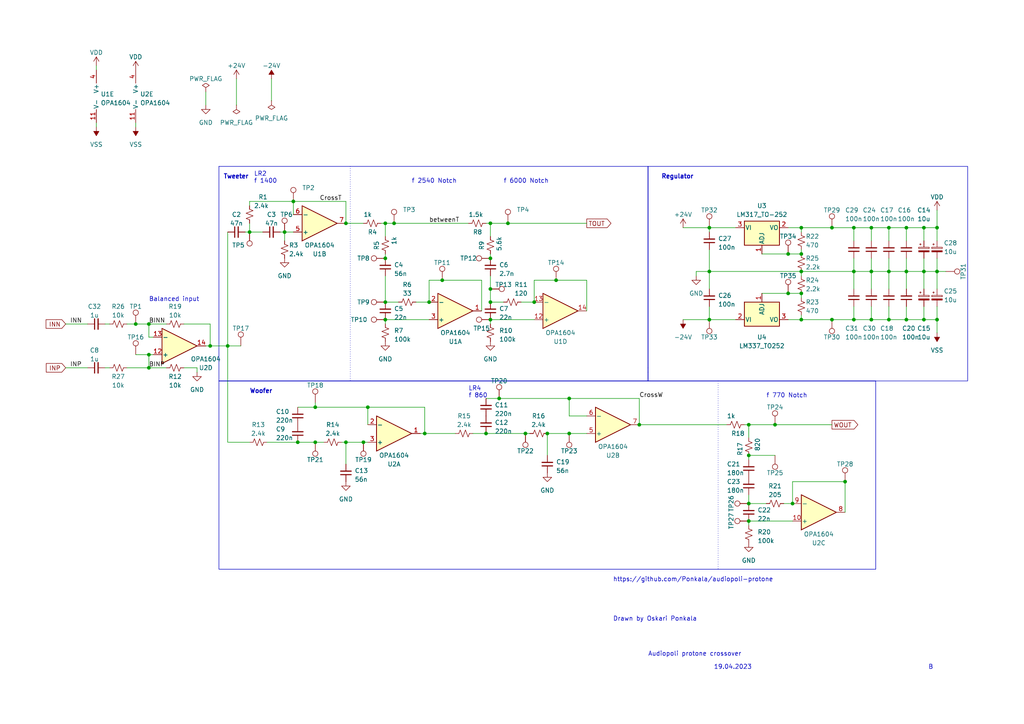
<source format=kicad_sch>
(kicad_sch (version 20230121) (generator eeschema)
  (paper "A4")
  (lib_symbols
    (symbol "Amplifier_Operational:OPA1604" (pin_names (offset 0.127))
      (property "Reference" "U" (at 0 5.08 0))
      (property "Value" "OPA1604" (at 0 -5.08 0))
      (symbol "OPA1604_1_1"
        (polyline (pts (xy -5.08 5.08) (xy 5.08 0) (xy -5.08 -5.08) (xy -5.08 5.08)) (stroke (width 0.254)) (fill (type background)))
        (pin output line (at 7.62 0 180) (length 2.54) (name "~") (number "1"))
        (pin input line (at -7.62 -2.54 0) (length 2.54) (name "-") (number "2"))
        (pin input line (at -7.62 2.54 0) (length 2.54) (name "+") (number "3"))
      )
      (symbol "OPA1604_2_1"
        (polyline (pts (xy -5.08 5.08) (xy 5.08 0) (xy -5.08 -5.08) (xy -5.08 5.08)) (stroke (width 0.254)) (fill (type background)))
        (pin input line (at -7.62 2.54 0) (length 2.54) (name "+") (number "5"))
        (pin input line (at -7.62 -2.54 0) (length 2.54) (name "-") (number "6"))
        (pin output line (at 7.62 0 180) (length 2.54) (name "~") (number "7"))
      )
      (symbol "OPA1604_3_1"
        (polyline (pts (xy -5.08 5.08) (xy 5.08 0) (xy -5.08 -5.08) (xy -5.08 5.08)) (stroke (width 0.254)) (fill (type background)))
        (pin input line (at -7.62 2.54 0) (length 2.54) (name "+") (number "10"))
        (pin output line (at 7.62 0 180) (length 2.54) (name "~") (number "8"))
        (pin input line (at -7.62 -2.54 0) (length 2.54) (name "-") (number "9"))
      )
      (symbol "OPA1604_4_1"
        (polyline (pts (xy -5.08 5.08) (xy 5.08 0) (xy -5.08 -5.08) (xy -5.08 5.08)) (stroke (width 0.254)) (fill (type background)))
        (pin input line (at -7.62 2.54 0) (length 2.54) (name "+") (number "12"))
        (pin input line (at -7.62 -2.54 0) (length 2.54) (name "-") (number "13"))
        (pin output line (at 7.62 0 180) (length 2.54) (name "~") (number "14"))
      )
      (symbol "OPA1604_5_1"
        (pin power_in line (at -2.54 -7.62 90) (length 3.81) (name "V-") (number "11"))
        (pin power_in line (at -2.54 7.62 270) (length 3.81) (name "V+") (number "4"))
      )
    )
    (symbol "Connector:TestPoint" (pin_numbers hide) (pin_names (offset 0.762) hide)
      (property "Reference" "TP" (at 0 6.858 0))
      (property "Value" "TestPoint" (at 0 5.08 0))
      (symbol "TestPoint_0_1"
        (circle (center 0 3.302) (radius 0.762))
      )
      (symbol "TestPoint_1_1"
        (pin passive line (at 0 0 90) (length 2.54) (name "1") (number "1"))
      )
    )
    (symbol "Device:C_Polarized_Small" (pin_numbers hide) (pin_names (offset 0.254) hide)
      (property "Reference" "C" (at 0.254 1.778 0))
      (property "Value" "C_Polarized_Small" (at 0.254 -2.032 0))
      (symbol "C_Polarized_Small_0_1"
        (rectangle (start -1.524 -0.3048) (end 1.524 -0.6858) (fill (type outline)))
        (rectangle (start -1.524 0.6858) (end 1.524 0.3048))
        (polyline (pts (xy -1.27 1.524) (xy -0.762 1.524)))
        (polyline (pts (xy -1.016 1.27) (xy -1.016 1.778)))
      )
      (symbol "C_Polarized_Small_1_1"
        (pin passive line (at 0 2.54 270) (length 1.8542) (name "~") (number "1"))
        (pin passive line (at 0 -2.54 90) (length 1.8542) (name "~") (number "2"))
      )
    )
    (symbol "Device:C_Small" (pin_numbers hide) (pin_names (offset 0.254) hide)
      (property "Reference" "C" (at 0.254 1.778 0))
      (property "Value" "C_Small" (at 0.254 -2.032 0))
      (symbol "C_Small_0_1"
        (polyline (pts (xy -1.524 -0.508) (xy 1.524 -0.508)) (stroke (width 0.3302)))
        (polyline (pts (xy -1.524 0.508) (xy 1.524 0.508)) (stroke (width 0.3048)))
      )
      (symbol "C_Small_1_1"
        (pin passive line (at 0 2.54 270) (length 2.032) (name "~") (number "1"))
        (pin passive line (at 0 -2.54 90) (length 2.032) (name "~") (number "2"))
      )
    )
    (symbol "Device:R_Small_US" (pin_numbers hide) (pin_names (offset 0.254) hide)
      (property "Reference" "R" (at 0.762 0.508 0))
      (property "Value" "R_Small_US" (at 0.762 -1.016 0))
      (symbol "R_Small_US_1_1"
        (polyline (pts (xy 0 0) (xy 1.016 -0.381) (xy 0 -0.762) (xy -1.016 -1.143) (xy 0 -1.524)))
        (polyline (pts (xy 0 1.524) (xy 1.016 1.143) (xy 0 0.762) (xy -1.016 0.381) (xy 0 0)))
        (pin passive line (at 0 2.54 270) (length 1.016) (name "~") (number "1"))
        (pin passive line (at 0 -2.54 90) (length 1.016) (name "~") (number "2"))
      )
    )
    (symbol "Regulator_Linear:LM317_TO-252" (pin_names (offset 0.254))
      (property "Reference" "U" (at -3.81 3.175 0))
      (property "Value" "LM317_TO-252" (at 0 3.175 0))
      (symbol "LM317_TO-252_0_1"
        (rectangle (start -5.08 1.905) (end 5.08 -5.08) (stroke (width 0.254)) (fill (type background)))
      )
      (symbol "LM317_TO-252_1_1"
        (pin input line (at 0 -7.62 90) (length 2.54) (name "ADJ") (number "1"))
        (pin power_out line (at 7.62 0 180) (length 2.54) (name "VO") (number "2"))
        (pin power_in line (at -7.62 0 0) (length 2.54) (name "VI") (number "3"))
      )
    )
    (symbol "Regulator_Linear:LM337_TO252" (pin_names (offset 0.254))
      (property "Reference" "U" (at -3.81 -3.175 0))
      (property "Value" "LM337_TO252" (at 0 -3.175 0))
      (symbol "LM337_TO252_0_1"
        (rectangle (start -5.08 5.08) (end 5.08 -1.905) (stroke (width 0.254)) (fill (type background)))
      )
      (symbol "LM337_TO252_1_1"
        (pin input line (at 0 7.62 270) (length 2.54) (name "ADJ") (number "1"))
        (pin power_in line (at -7.62 0 0) (length 2.54) (name "VI") (number "2"))
        (pin power_out line (at 7.62 0 180) (length 2.54) (name "VO") (number "3"))
      )
    )
    (symbol "power:+24V" (power) (pin_names (offset 0))
      (property "Value" "+24V" (at 0 3.556 0))
      (symbol "+24V_0_1"
        (polyline (pts (xy -0.762 1.27) (xy 0 2.54)))
        (polyline (pts (xy 0 0) (xy 0 2.54)))
        (polyline (pts (xy 0 2.54) (xy 0.762 1.27)))
      )
      (symbol "+24V_1_1"
        (pin power_in line (at 0 0 90) (length 0) hide (name "+24V") (number "1"))
      )
    )
    (symbol "power:-24V" (power) (pin_names (offset 0))
      (property "Value" "-24V" (at 0 3.81 0))
      (symbol "-24V_0_0"
        (pin power_in line (at 0 0 90) (length 0) hide (name "-24V") (number "1"))
      )
      (symbol "-24V_0_1"
        (polyline (pts (xy 0 0) (xy 0 1.27) (xy 0.762 1.27) (xy 0 2.54) (xy -0.762 1.27) (xy 0 1.27)) (fill (type outline)))
      )
    )
    (symbol "power:GND" (power) (pin_names (offset 0))
      (property "Value" "GND" (at 0 -3.81 0))
      (symbol "GND_0_1"
        (polyline (pts (xy 0 0) (xy 0 -1.27) (xy 1.27 -1.27) (xy 0 -2.54) (xy -1.27 -1.27) (xy 0 -1.27)))
      )
      (symbol "GND_1_1"
        (pin power_in line (at 0 0 270) (length 0) hide (name "GND") (number "1"))
      )
    )
    (symbol "power:PWR_FLAG" (power) (pin_numbers hide) (pin_names (offset 0) hide)
      (property "Value" "PWR_FLAG" (at 0 3.81 0))
      (symbol "PWR_FLAG_0_0"
        (pin power_out line (at 0 0 90) (length 0) (name "pwr") (number "1"))
      )
      (symbol "PWR_FLAG_0_1"
        (polyline (pts (xy 0 0) (xy 0 1.27) (xy -1.016 1.905) (xy 0 2.54) (xy 1.016 1.905) (xy 0 1.27)))
      )
    )
    (symbol "power:VDD" (power) (pin_names (offset 0))
      (property "Value" "VDD" (at 0 3.81 0))
      (symbol "VDD_0_1"
        (polyline (pts (xy -0.762 1.27) (xy 0 2.54)))
        (polyline (pts (xy 0 0) (xy 0 2.54)))
        (polyline (pts (xy 0 2.54) (xy 0.762 1.27)))
      )
      (symbol "VDD_1_1"
        (pin power_in line (at 0 0 90) (length 0) hide (name "VDD") (number "1"))
      )
    )
    (symbol "power:VSS" (power) (pin_names (offset 0))
      (property "Value" "VSS" (at 0 3.81 0))
      (symbol "VSS_0_1"
        (polyline (pts (xy 0 0) (xy 0 2.54)))
        (polyline (pts (xy 0.762 1.27) (xy -0.762 1.27) (xy 0 2.54) (xy 0.762 1.27)) (fill (type outline)))
      )
      (symbol "VSS_1_1"
        (pin power_in line (at 0 0 90) (length 0) hide (name "VSS") (number "1"))
      )
    )
  )
  (junction (at 72.39 67.31))
  (junction (at 43.18 106.68))
  (junction (at 271.78 78.74))
  (junction (at 257.81 92.71))
  (junction (at 140.97 125.73))
  (junction (at 111.76 87.63))
  (junction (at 262.89 92.71))
  (junction (at 205.74 92.71))
  (junction (at 86.36 128.27))
  (junction (at 257.81 66.04))
  (junction (at 142.24 83.82))
  (junction (at 232.41 73.66))
  (junction (at 128.27 81.28))
  (junction (at 262.89 78.74))
  (junction (at 257.81 78.74))
  (junction (at 232.41 66.04))
  (junction (at 252.73 78.74))
  (junction (at 144.78 115.57))
  (junction (at 106.68 118.11))
  (junction (at 232.41 92.71))
  (junction (at 267.97 66.04))
  (junction (at 100.33 128.27))
  (junction (at 124.46 87.63))
  (junction (at 229.87 146.05))
  (junction (at 217.17 132.08))
  (junction (at 43.18 93.98))
  (junction (at 142.24 87.63))
  (junction (at 154.94 87.63))
  (junction (at 241.3 92.71))
  (junction (at 142.24 92.71))
  (junction (at 100.33 64.77))
  (junction (at 123.19 125.73))
  (junction (at 205.74 66.04))
  (junction (at 228.6 73.66))
  (junction (at 185.42 123.19))
  (junction (at 267.97 92.71))
  (junction (at 60.96 100.33))
  (junction (at 247.65 66.04))
  (junction (at 152.4 125.73))
  (junction (at 147.32 64.77))
  (junction (at 111.76 64.77))
  (junction (at 217.17 151.13))
  (junction (at 228.6 85.09))
  (junction (at 111.76 92.71))
  (junction (at 165.1 125.73))
  (junction (at 85.09 58.42))
  (junction (at 82.55 67.31))
  (junction (at 252.73 66.04))
  (junction (at 252.73 92.71))
  (junction (at 91.44 118.11))
  (junction (at 232.41 78.74))
  (junction (at 158.75 125.73))
  (junction (at 217.17 146.05))
  (junction (at 224.79 123.19))
  (junction (at 161.29 81.28))
  (junction (at 114.3 64.77))
  (junction (at 247.65 92.71))
  (junction (at 267.97 78.74))
  (junction (at 111.76 74.93))
  (junction (at 43.18 102.87))
  (junction (at 247.65 78.74))
  (junction (at 271.78 92.71))
  (junction (at 205.74 78.74))
  (junction (at 245.11 139.7))
  (junction (at 271.78 66.04))
  (junction (at 91.44 128.27))
  (junction (at 105.41 128.27))
  (junction (at 262.89 66.04))
  (junction (at 165.1 115.57))
  (junction (at 241.3 66.04))
  (junction (at 142.24 74.93))
  (junction (at 232.41 85.09))
  (junction (at 142.24 64.77))
  (junction (at 217.17 123.19))
  (junction (at 39.37 93.98))
  (junction (at 66.04 100.33))
  (wire (pts (xy 262.89 78.74) (xy 262.89 83.82)))
  (wire (pts (xy 100.33 128.27) (xy 100.33 134.62)))
  (wire (pts (xy 111.76 87.63) (xy 115.57 87.63)))
  (wire (pts (xy 137.16 125.73) (xy 140.97 125.73)))
  (wire (pts (xy 201.93 78.74) (xy 201.93 80.01)))
  (wire (pts (xy 60.96 100.33) (xy 59.69 100.33)))
  (wire (pts (xy 247.65 66.04) (xy 247.65 69.85)))
  (polyline (pts (xy 63.5 48.26) (xy 63.5 110.49)))
  (wire (pts (xy 151.13 87.63) (xy 154.94 87.63)))
  (wire (pts (xy 71.12 67.31) (xy 72.39 67.31)))
  (wire (pts (xy 100.33 128.27) (xy 105.41 128.27)))
  (wire (pts (xy 170.18 81.28) (xy 170.18 90.17)))
  (wire (pts (xy 232.41 67.31) (xy 232.41 66.04)))
  (wire (pts (xy 100.33 58.42) (xy 100.33 64.77)))
  (wire (pts (xy 140.97 125.73) (xy 152.4 125.73)))
  (wire (pts (xy 68.58 30.48) (xy 68.58 22.86)))
  (wire (pts (xy 217.17 123.19) (xy 217.17 127)))
  (wire (pts (xy 257.81 78.74) (xy 262.89 78.74)))
  (wire (pts (xy 247.65 78.74) (xy 247.65 83.82)))
  (wire (pts (xy 77.47 128.27) (xy 86.36 128.27)))
  (wire (pts (xy 147.32 64.77) (xy 170.18 64.77)))
  (wire (pts (xy 229.87 139.7) (xy 245.11 139.7)))
  (wire (pts (xy 205.74 66.04) (xy 213.36 66.04)))
  (wire (pts (xy 53.34 93.98) (xy 60.96 93.98)))
  (wire (pts (xy 262.89 78.74) (xy 267.97 78.74)))
  (wire (pts (xy 247.65 88.9) (xy 247.65 92.71)))
  (wire (pts (xy 271.78 74.93) (xy 271.78 78.74)))
  (wire (pts (xy 257.81 92.71) (xy 262.89 92.71)))
  (wire (pts (xy 66.04 100.33) (xy 60.96 100.33)))
  (wire (pts (xy 165.1 115.57) (xy 185.42 115.57)))
  (wire (pts (xy 66.04 100.33) (xy 66.04 128.27)))
  (wire (pts (xy 198.12 66.04) (xy 205.74 66.04)))
  (wire (pts (xy 217.17 132.08) (xy 217.17 133.35)))
  (wire (pts (xy 267.97 92.71) (xy 271.78 92.71)))
  (wire (pts (xy 30.48 106.68) (xy 31.75 106.68)))
  (wire (pts (xy 205.74 92.71) (xy 213.36 92.71)))
  (wire (pts (xy 106.68 118.11) (xy 123.19 118.11)))
  (wire (pts (xy 252.73 66.04) (xy 257.81 66.04)))
  (wire (pts (xy 158.75 125.73) (xy 158.75 132.08)))
  (polyline (pts (xy 187.96 106.68) (xy 187.96 107.95)))
  (wire (pts (xy 217.17 151.13) (xy 217.17 152.4)))
  (wire (pts (xy 232.41 66.04) (xy 241.3 66.04)))
  (wire (pts (xy 257.81 66.04) (xy 262.89 66.04)))
  (wire (pts (xy 100.33 64.77) (xy 105.41 64.77)))
  (wire (pts (xy 257.81 88.9) (xy 257.81 92.71)))
  (wire (pts (xy 257.81 66.04) (xy 257.81 69.85)))
  (wire (pts (xy 205.74 78.74) (xy 205.74 83.82)))
  (wire (pts (xy 39.37 36.83) (xy 39.37 35.56)))
  (wire (pts (xy 72.39 58.42) (xy 85.09 58.42)))
  (wire (pts (xy 228.6 85.09) (xy 232.41 85.09)))
  (wire (pts (xy 257.81 74.93) (xy 257.81 78.74)))
  (wire (pts (xy 111.76 92.71) (xy 124.46 92.71)))
  (wire (pts (xy 121.92 125.73) (xy 123.19 125.73)))
  (wire (pts (xy 82.55 67.31) (xy 85.09 67.31)))
  (wire (pts (xy 247.65 92.71) (xy 252.73 92.71)))
  (wire (pts (xy 139.7 81.28) (xy 139.7 90.17)))
  (wire (pts (xy 205.74 67.31) (xy 205.74 66.04)))
  (wire (pts (xy 43.18 102.87) (xy 44.45 102.87)))
  (wire (pts (xy 198.12 92.71) (xy 205.74 92.71)))
  (wire (pts (xy 43.18 93.98) (xy 43.18 97.79)))
  (polyline (pts (xy 208.28 110.49) (xy 208.28 165.1)) (stroke (width 0) (type dot)))
  (polyline (pts (xy 63.5 110.49) (xy 187.96 110.49)))
  (wire (pts (xy 72.39 64.77) (xy 72.39 67.31)))
  (wire (pts (xy 267.97 74.93) (xy 267.97 78.74)))
  (polyline (pts (xy 101.6 48.26) (xy 101.6 110.49)) (stroke (width 0) (type dot)))
  (wire (pts (xy 217.17 151.13) (xy 229.87 151.13)))
  (wire (pts (xy 161.29 81.28) (xy 170.18 81.28)))
  (wire (pts (xy 217.17 146.05) (xy 222.25 146.05)))
  (wire (pts (xy 114.3 64.77) (xy 135.89 64.77)))
  (wire (pts (xy 91.44 118.11) (xy 106.68 118.11)))
  (wire (pts (xy 220.98 85.09) (xy 228.6 85.09)))
  (wire (pts (xy 205.74 88.9) (xy 205.74 92.71)))
  (wire (pts (xy 142.24 92.71) (xy 142.24 93.98)))
  (wire (pts (xy 205.74 78.74) (xy 232.41 78.74)))
  (wire (pts (xy 228.6 92.71) (xy 232.41 92.71)))
  (wire (pts (xy 27.94 19.05) (xy 27.94 20.32)))
  (wire (pts (xy 69.85 100.33) (xy 66.04 100.33)))
  (wire (pts (xy 229.87 146.05) (xy 229.87 139.7)))
  (wire (pts (xy 154.94 87.63) (xy 154.94 81.28)))
  (wire (pts (xy 81.28 67.31) (xy 82.55 67.31)))
  (wire (pts (xy 43.18 106.68) (xy 48.26 106.68)))
  (wire (pts (xy 140.97 115.57) (xy 144.78 115.57)))
  (wire (pts (xy 142.24 80.01) (xy 142.24 83.82)))
  (wire (pts (xy 91.44 128.27) (xy 93.98 128.27)))
  (wire (pts (xy 111.76 64.77) (xy 114.3 64.77)))
  (wire (pts (xy 267.97 66.04) (xy 267.97 69.85)))
  (wire (pts (xy 106.68 123.19) (xy 106.68 118.11)))
  (wire (pts (xy 111.76 92.71) (xy 111.76 93.98)))
  (wire (pts (xy 252.73 78.74) (xy 252.73 83.82)))
  (wire (pts (xy 66.04 67.31) (xy 66.04 100.33)))
  (wire (pts (xy 228.6 73.66) (xy 232.41 73.66)))
  (wire (pts (xy 252.73 92.71) (xy 257.81 92.71)))
  (wire (pts (xy 39.37 102.87) (xy 43.18 102.87)))
  (wire (pts (xy 124.46 87.63) (xy 124.46 81.28)))
  (wire (pts (xy 247.65 78.74) (xy 252.73 78.74)))
  (wire (pts (xy 267.97 78.74) (xy 267.97 83.82)))
  (wire (pts (xy 262.89 88.9) (xy 262.89 92.71)))
  (wire (pts (xy 36.83 106.68) (xy 43.18 106.68)))
  (wire (pts (xy 36.83 93.98) (xy 39.37 93.98)))
  (wire (pts (xy 205.74 72.39) (xy 205.74 78.74)))
  (wire (pts (xy 72.39 67.31) (xy 76.2 67.31)))
  (wire (pts (xy 165.1 120.65) (xy 170.18 120.65)))
  (wire (pts (xy 144.78 115.57) (xy 165.1 115.57)))
  (wire (pts (xy 185.42 123.19) (xy 210.82 123.19)))
  (wire (pts (xy 124.46 81.28) (xy 128.27 81.28)))
  (wire (pts (xy 262.89 66.04) (xy 262.89 69.85)))
  (wire (pts (xy 262.89 92.71) (xy 267.97 92.71)))
  (wire (pts (xy 220.98 73.66) (xy 228.6 73.66)))
  (wire (pts (xy 247.65 66.04) (xy 252.73 66.04)))
  (wire (pts (xy 123.19 118.11) (xy 123.19 125.73)))
  (wire (pts (xy 232.41 78.74) (xy 247.65 78.74)))
  (wire (pts (xy 66.04 128.27) (xy 72.39 128.27)))
  (wire (pts (xy 140.97 64.77) (xy 142.24 64.77)))
  (wire (pts (xy 99.06 128.27) (xy 100.33 128.27)))
  (wire (pts (xy 43.18 93.98) (xy 48.26 93.98)))
  (wire (pts (xy 142.24 87.63) (xy 146.05 87.63)))
  (wire (pts (xy 142.24 83.82) (xy 142.24 87.63)))
  (polyline (pts (xy 187.96 106.68) (xy 187.96 48.26)))
  (wire (pts (xy 247.65 74.93) (xy 247.65 78.74)))
  (wire (pts (xy 27.94 36.83) (xy 27.94 35.56)))
  (wire (pts (xy 57.15 106.68) (xy 57.15 107.95)))
  (wire (pts (xy 185.42 115.57) (xy 185.42 123.19)))
  (wire (pts (xy 227.33 146.05) (xy 229.87 146.05)))
  (wire (pts (xy 142.24 73.66) (xy 142.24 74.93)))
  (wire (pts (xy 271.78 78.74) (xy 271.78 83.82)))
  (wire (pts (xy 205.74 78.74) (xy 201.93 78.74)))
  (wire (pts (xy 274.32 78.74) (xy 271.78 78.74)))
  (wire (pts (xy 245.11 139.7) (xy 245.11 148.59)))
  (wire (pts (xy 39.37 93.98) (xy 43.18 93.98)))
  (wire (pts (xy 120.65 87.63) (xy 124.46 87.63)))
  (wire (pts (xy 78.74 29.21) (xy 78.74 22.86)))
  (wire (pts (xy 252.73 88.9) (xy 252.73 92.71)))
  (wire (pts (xy 85.09 58.42) (xy 100.33 58.42)))
  (wire (pts (xy 43.18 106.68) (xy 43.18 102.87)))
  (wire (pts (xy 232.41 92.71) (xy 241.3 92.71)))
  (wire (pts (xy 72.39 59.69) (xy 72.39 58.42)))
  (wire (pts (xy 271.78 96.52) (xy 271.78 92.71)))
  (wire (pts (xy 241.3 66.04) (xy 247.65 66.04)))
  (wire (pts (xy 271.78 88.9) (xy 271.78 92.71)))
  (wire (pts (xy 86.36 118.11) (xy 91.44 118.11)))
  (wire (pts (xy 232.41 78.74) (xy 232.41 80.01)))
  (wire (pts (xy 267.97 78.74) (xy 271.78 78.74)))
  (wire (pts (xy 91.44 116.84) (xy 91.44 118.11)))
  (wire (pts (xy 217.17 123.19) (xy 224.79 123.19)))
  (wire (pts (xy 111.76 80.01) (xy 111.76 87.63)))
  (wire (pts (xy 267.97 88.9) (xy 267.97 92.71)))
  (wire (pts (xy 19.05 106.68) (xy 25.4 106.68)))
  (wire (pts (xy 111.76 73.66) (xy 111.76 74.93)))
  (wire (pts (xy 85.09 62.23) (xy 85.09 58.42)))
  (wire (pts (xy 257.81 78.74) (xy 257.81 83.82)))
  (wire (pts (xy 252.73 74.93) (xy 252.73 78.74)))
  (wire (pts (xy 232.41 91.44) (xy 232.41 92.71)))
  (wire (pts (xy 142.24 64.77) (xy 142.24 68.58)))
  (wire (pts (xy 60.96 93.98) (xy 60.96 100.33)))
  (wire (pts (xy 271.78 60.96) (xy 271.78 66.04)))
  (wire (pts (xy 82.55 67.31) (xy 82.55 69.85)))
  (polyline (pts (xy 187.96 48.26) (xy 63.5 48.26)))
  (wire (pts (xy 241.3 92.71) (xy 247.65 92.71)))
  (wire (pts (xy 110.49 64.77) (xy 111.76 64.77)))
  (wire (pts (xy 86.36 128.27) (xy 91.44 128.27)))
  (wire (pts (xy 142.24 92.71) (xy 154.94 92.71)))
  (wire (pts (xy 142.24 64.77) (xy 147.32 64.77)))
  (wire (pts (xy 165.1 120.65) (xy 165.1 115.57)))
  (wire (pts (xy 154.94 81.28) (xy 161.29 81.28)))
  (wire (pts (xy 224.79 123.19) (xy 241.3 123.19)))
  (wire (pts (xy 30.48 93.98) (xy 31.75 93.98)))
  (wire (pts (xy 262.89 74.93) (xy 262.89 78.74)))
  (wire (pts (xy 105.41 128.27) (xy 106.68 128.27)))
  (wire (pts (xy 232.41 85.09) (xy 232.41 86.36)))
  (wire (pts (xy 59.69 30.48) (xy 59.69 26.67)))
  (wire (pts (xy 262.89 66.04) (xy 267.97 66.04)))
  (wire (pts (xy 19.05 93.98) (xy 25.4 93.98)))
  (wire (pts (xy 123.19 125.73) (xy 132.08 125.73)))
  (wire (pts (xy 215.9 123.19) (xy 217.17 123.19)))
  (wire (pts (xy 158.75 125.73) (xy 165.1 125.73)))
  (wire (pts (xy 228.6 66.04) (xy 232.41 66.04)))
  (wire (pts (xy 267.97 66.04) (xy 271.78 66.04)))
  (wire (pts (xy 53.34 106.68) (xy 57.15 106.68)))
  (wire (pts (xy 252.73 78.74) (xy 257.81 78.74)))
  (wire (pts (xy 217.17 132.08) (xy 224.79 132.08)))
  (wire (pts (xy 43.18 97.79) (xy 44.45 97.79)))
  (wire (pts (xy 252.73 66.04) (xy 252.73 69.85)))
  (wire (pts (xy 271.78 66.04) (xy 271.78 69.85)))
  (polyline (pts (xy 187.96 107.95) (xy 187.96 110.49)))
  (wire (pts (xy 232.41 72.39) (xy 232.41 73.66)))
  (wire (pts (xy 111.76 64.77) (xy 111.76 68.58)))
  (wire (pts (xy 217.17 143.51) (xy 217.17 146.05)))
  (wire (pts (xy 165.1 125.73) (xy 170.18 125.73)))
  (wire (pts (xy 152.4 125.73) (xy 153.67 125.73)))
  (wire (pts (xy 128.27 81.28) (xy 139.7 81.28)))
  (rectangle (start 63.5 110.49) (end 254 165.1))
  (rectangle (start 187.96 48.26) (end 280.67 110.49))
  (text "f 6000 Notch" (at 146.05 53.34 0) (effects (font (size 1.27 1.27)) (justify left bottom)))
  (text "f 770 Notch" (at 222.25 115.57 0) (effects (font (size 1.27 1.27)) (justify left bottom)))
  (text "Drawn by Oskari Ponkala" (at 177.8 180.34 0) (effects (font (size 1.27 1.27)) (justify left bottom)))
  (text "LR4\nf 860" (at 135.89 115.57 0) (effects (font (size 1.27 1.27)) (justify left bottom)))
  (text "Audiopoli protone crossover\n" (at 187.96 190.5 0) (effects (font (size 1.27 1.27)) (justify left bottom)))
  (text "https://github.com/Ponkala/audiopoli-protone\n" (at 177.8 168.91 0) (effects (font (size 1.27 1.27)) (justify left bottom)))
  (text "Regulator" (at 191.77 52.07 0) (effects (font (size 1.27 1.27) (thickness 0.254) bold) (justify left bottom)))
  (text "19.04.2023" (at 207.01 194.31 0) (effects (font (size 1.27 1.27)) (justify left bottom)))
  (text "LR2\nf 1400" (at 73.66 53.34 0) (effects (font (size 1.27 1.27)) (justify left bottom)))
  (text "Woofer" (at 72.39 114.3 0) (effects (font (size 1.27 1.27) (thickness 0.254) bold) (justify left bottom)))
  (text "f 2540 Notch" (at 119.38 53.34 0) (effects (font (size 1.27 1.27)) (justify left bottom)))
  (text "Balanced input\n" (at 43.18 87.63 0) (effects (font (size 1.27 1.27)) (justify left bottom)))
  (text "B" (at 269.24 194.31 0) (effects (font (size 1.27 1.27)) (justify left bottom)))
  (text "Tweeter\n" (at 64.77 52.07 0) (effects (font (size 1.27 1.27) (thickness 0.254) bold) (justify left bottom)))
  (label "INN" (at 20.32 93.98 0))
  (label "betweenT" (at 124.46 64.77 0))
  (label "CrossT" (at 92.71 58.42 0))
  (label "INP" (at 20.32 106.68 0))
  (label "BINP" (at 43.18 106.68 0))
  (label "CrossW" (at 185.42 115.57 0))
  (label "BINN" (at 43.18 93.98 0))
  (global_label "INP" (shape input) (at 19.05 106.68 180) (property "Intersheetrefs" "${INTERSHEET_REFS}" (effects hide)))
  (global_label "WOUT" (shape output) (at 241.3 123.19 0) (property "Intersheetrefs" "${INTERSHEET_REFS}" (effects hide)))
  (global_label "TOUT" (shape output) (at 170.18 64.77 0) (property "Intersheetrefs" "${INTERSHEET_REFS}" (effects hide)))
  (global_label "INN" (shape input) (at 19.05 93.98 180) (property "Intersheetrefs" "${INTERSHEET_REFS}" (effects hide)))
  (symbol (lib_id "power:GND") (at 111.76 99.06 0) (unit 1)
    (property "Reference" "#PWR09" (effects hide))
    (property "Value" "GND" (at 111.76 104.14 0))
  )
  (symbol (lib_id "Device:C_Small") (at 257.81 86.36 180) (unit 1)
    (property "Reference" "C18" (at 255.27 95.25 0) (effects (justify right)))
    (property "Value" "100n" (at 255.27 97.79 0) (effects (justify right)))
    (property "Footprint" "Capacitor_SMD:C_0805_2012Metric" (effects hide))
  )
  (symbol (lib_id "Connector:TestPoint") (at 72.39 67.31 180) (unit 1)
    (property "Reference" "TP5" (at 67.31 71.12 0) (effects (justify right)))
    (property "Value" "TestPoint" (effects hide))
    (property "Footprint" "TestPoint:TestPoint_THTPad_D1.0mm_Drill0.5mm" (effects hide))
  )
  (symbol (lib_id "Amplifier_Operational:OPA1604") (at 237.49 148.59 0) (mirror x) (unit 3)
    (property "Reference" "U2" (at 237.49 157.48 0))
    (property "Value" "OPA1604" (at 237.49 154.94 0))
    (property "Footprint" "Package_SO:TSSOP-14_4.4x5mm_P0.65mm" (effects hide))
    (property "Datasheet" "http://www.ti.com/lit/ds/symlink/opa1604.pdf" (effects hide))
    (property "Sim.Enable" "0" (effects hide))
  )
  (symbol (lib_id "Device:C_Small") (at 86.36 125.73 180) (unit 1)
    (property "Reference" "C9" (at 80.01 124.46 0) (effects (justify right)))
    (property "Value" "220n" (at 80.01 127 0) (effects (justify right)))
    (property "Footprint" "Capacitor_SMD:C_0603_1608Metric" (effects hide))
  )
  (symbol (lib_id "Connector:TestPoint") (at 205.74 92.71 180) (unit 1)
    (property "Reference" "TP33" (at 205.74 97.79 0))
    (property "Value" "TestPoint" (effects hide))
    (property "Footprint" "TestPoint:TestPoint_THTPad_D1.0mm_Drill0.5mm" (effects hide))
  )
  (symbol (lib_id "power:GND") (at 59.69 30.48 0) (unit 1)
    (property "Reference" "#PWR01" (effects hide))
    (property "Value" "GND" (at 59.69 35.56 0))
  )
  (symbol (lib_id "power:-24V") (at 78.74 22.86 0) (unit 1)
    (property "Reference" "#PWR05" (effects hide))
    (property "Value" "-24V" (at 78.74 19.05 0))
  )
  (symbol (lib_id "power:GND") (at 57.15 107.95 0) (unit 1)
    (property "Reference" "#PWR012" (effects hide))
    (property "Value" "GND" (at 57.15 113.03 0))
    (property "Sim.Enable" "0" (effects hide))
  )
  (symbol (lib_id "Device:R_Small_US") (at 142.24 71.12 180) (unit 1)
    (property "Reference" "R9" (at 139.7 69.85 90) (effects (justify left)))
    (property "Value" "5.6k" (at 144.78 68.58 90) (effects (justify left)))
    (property "Footprint" "Resistor_SMD:R_0603_1608Metric" (effects hide))
  )
  (symbol (lib_id "power:VSS") (at 39.37 36.83 180) (unit 1)
    (property "Reference" "#PWR04" (effects hide))
    (property "Value" "VSS" (at 39.37 41.91 0))
  )
  (symbol (lib_id "Device:R_Small_US") (at 50.8 93.98 90) (unit 1)
    (property "Reference" "R19" (at 50.8 88.9 90))
    (property "Value" "10k" (at 50.8 91.44 90))
    (property "Footprint" "Resistor_SMD:R_0603_1608Metric" (effects hide))
  )
  (symbol (lib_id "Device:R_Small_US") (at 232.41 82.55 0) (unit 1)
    (property "Reference" "R24" (at 233.68 81.28 0) (effects (justify left)))
    (property "Value" "2.2k" (at 233.68 83.82 0) (effects (justify left)))
    (property "Footprint" "Resistor_SMD:R_0805_2012Metric" (effects hide))
  )
  (symbol (lib_id "Connector:TestPoint") (at 224.79 123.19 0) (unit 1)
    (property "Reference" "TP24" (at 224.79 118.11 0))
    (property "Value" "TestPoint" (effects hide))
    (property "Footprint" "TestPoint:TestPoint_THTPad_D1.0mm_Drill0.5mm" (effects hide))
  )
  (symbol (lib_id "Device:C_Small") (at 262.89 72.39 180) (unit 1)
    (property "Reference" "C16" (at 260.35 60.96 0) (effects (justify right)))
    (property "Value" "100n" (at 260.35 63.5 0) (effects (justify right)))
    (property "Footprint" "Capacitor_SMD:C_0805_2012Metric" (effects hide))
  )
  (symbol (lib_id "Device:R_Small_US") (at 224.79 146.05 90) (unit 1)
    (property "Reference" "R21" (at 224.79 140.97 90))
    (property "Value" "205" (at 224.79 143.51 90))
    (property "Footprint" "Resistor_SMD:R_0603_1608Metric" (effects hide))
  )
  (symbol (lib_id "Device:C_Small") (at 217.17 135.89 180) (unit 1)
    (property "Reference" "C21" (at 210.82 134.62 0) (effects (justify right)))
    (property "Value" "180n" (at 210.82 137.16 0) (effects (justify right)))
    (property "Footprint" "Capacitor_SMD:C_0603_1608Metric" (effects hide))
  )
  (symbol (lib_id "Device:R_Small_US") (at 138.43 64.77 270) (unit 1)
    (property "Reference" "R8" (at 137.16 67.31 90) (effects (justify left)))
    (property "Value" "1.5k" (at 135.89 62.23 90) (effects (justify left)))
    (property "Footprint" "Resistor_SMD:R_0603_1608Metric" (effects hide))
  )
  (symbol (lib_id "Amplifier_Operational:OPA1604") (at 92.71 64.77 0) (mirror x) (unit 2)
    (property "Reference" "U1" (at 92.71 73.66 0))
    (property "Value" "OPA1604" (at 92.71 71.12 0))
    (property "Footprint" "Package_SO:TSSOP-14_4.4x5mm_P0.65mm" (effects hide))
    (property "Datasheet" "http://www.ti.com/lit/ds/symlink/opa1604.pdf" (effects hide))
    (property "Sim.Enable" "0" (effects hide))
  )
  (symbol (lib_id "Device:R_Small_US") (at 96.52 128.27 270) (unit 1)
    (property "Reference" "R14" (at 96.52 123.19 90))
    (property "Value" "2.4k" (at 96.52 125.73 90))
    (property "Footprint" "Resistor_SMD:R_0603_1608Metric" (effects hide))
  )
  (symbol (lib_id "Amplifier_Operational:OPA1604") (at 114.3 125.73 0) (mirror x) (unit 1)
    (property "Reference" "U2" (at 114.3 134.62 0))
    (property "Value" "OPA1604" (at 114.3 132.08 0))
    (property "Footprint" "Package_SO:TSSOP-14_4.4x5mm_P0.65mm" (effects hide))
    (property "Datasheet" "http://www.ti.com/lit/ds/symlink/opa1604.pdf" (effects hide))
    (property "Sim.Enable" "0" (effects hide))
  )
  (symbol (lib_id "Device:R_Small_US") (at 142.24 96.52 180) (unit 1)
    (property "Reference" "R10" (at 144.78 95.885 0) (effects (justify right)))
    (property "Value" "100k" (at 144.78 98.425 0) (effects (justify right)))
    (property "Footprint" "Resistor_SMD:R_0603_1608Metric" (effects hide))
  )
  (symbol (lib_id "power:VSS") (at 271.78 96.52 180) (unit 1)
    (property "Reference" "#PWR02" (effects hide))
    (property "Value" "VSS" (at 271.78 101.6 0))
  )
  (symbol (lib_id "Device:R_Small_US") (at 118.11 87.63 90) (unit 1)
    (property "Reference" "R6" (at 118.11 82.55 90))
    (property "Value" "33" (at 118.11 85.09 90))
    (property "Footprint" "Resistor_SMD:R_0603_1608Metric" (effects hide))
  )
  (symbol (lib_id "Device:R_Small_US") (at 148.59 87.63 90) (unit 1)
    (property "Reference" "R11" (at 151.13 82.55 90))
    (property "Value" "120" (at 151.13 85.09 90))
    (property "Footprint" "Resistor_SMD:R_0603_1608Metric" (effects hide))
  )
  (symbol (lib_id "Regulator_Linear:LM337_TO252") (at 220.98 92.71 0) (unit 1)
    (property "Reference" "U4" (at 220.98 97.79 0))
    (property "Value" "LM337_TO252" (at 220.98 100.33 0))
    (property "Footprint" "Package_TO_SOT_SMD:TO-252-2" (effects hide))
    (property "Datasheet" "http://www.farnell.com/datasheets/1636957.pdf" (effects hide))
  )
  (symbol (lib_id "Connector:TestPoint") (at 205.74 66.04 0) (unit 1)
    (property "Reference" "TP32" (at 205.74 60.96 0))
    (property "Value" "TestPoint" (effects hide))
    (property "Footprint" "TestPoint:TestPoint_THTPad_D1.0mm_Drill0.5mm" (effects hide))
  )
  (symbol (lib_id "Device:R_Small_US") (at 217.17 129.54 180) (unit 1)
    (property "Reference" "R17" (at 214.63 128.27 90) (effects (justify left)))
    (property "Value" "820" (at 219.71 127 90) (effects (justify left)))
    (property "Footprint" "Resistor_SMD:R_0603_1608Metric" (effects hide))
  )
  (symbol (lib_id "power:-24V") (at 198.12 92.71 180) (unit 1)
    (property "Reference" "#PWR020" (effects hide))
    (property "Value" "-24V" (at 198.12 97.79 0))
  )
  (symbol (lib_id "Device:C_Small") (at 217.17 148.59 180) (unit 1)
    (property "Reference" "C22" (at 219.71 147.9486 0) (effects (justify right)))
    (property "Value" "22n" (at 219.71 150.4886 0) (effects (justify right)))
    (property "Footprint" "Capacitor_SMD:C_0603_1608Metric" (effects hide))
  )
  (symbol (lib_id "power:VSS") (at 27.94 36.83 180) (unit 1)
    (property "Reference" "#PWR06" (effects hide))
    (property "Value" "VSS" (at 27.94 41.91 0))
  )
  (symbol (lib_id "Device:C_Small") (at 140.97 118.11 180) (unit 1)
    (property "Reference" "C11" (at 143.51 117.4686 0) (effects (justify right)))
    (property "Value" "220n" (at 143.51 120.0086 0) (effects (justify right)))
    (property "Footprint" "Capacitor_SMD:C_0603_1608Metric" (effects hide))
  )
  (symbol (lib_id "Connector:TestPoint") (at 228.6 85.09 0) (unit 1)
    (property "Reference" "TP35" (at 228.6 80.01 0))
    (property "Value" "TestPoint" (effects hide))
    (property "Footprint" "TestPoint:TestPoint_THTPad_D1.0mm_Drill0.5mm" (effects hide))
  )
  (symbol (lib_id "Connector:TestPoint") (at 91.44 116.84 0) (unit 1)
    (property "Reference" "TP18" (at 91.44 111.76 0))
    (property "Value" "TestPoint" (effects hide))
    (property "Footprint" "TestPoint:TestPoint_THTPad_D1.0mm_Drill0.5mm" (effects hide))
  )
  (symbol (lib_id "Amplifier_Operational:OPA1604") (at 41.91 27.94 0) (unit 5)
    (property "Reference" "U2" (at 40.64 27.305 0) (effects (justify left)))
    (property "Value" "OPA1604" (at 40.64 29.845 0) (effects (justify left)))
    (property "Footprint" "Package_SO:TSSOP-14_4.4x5mm_P0.65mm" (effects hide))
    (property "Datasheet" "http://www.ti.com/lit/ds/symlink/opa1604.pdf" (effects hide))
    (property "Sim.Enable" "0" (effects hide))
  )
  (symbol (lib_id "Device:R_Small_US") (at 82.55 72.39 0) (unit 1)
    (property "Reference" "R3" (at 83.82 71.12 0) (effects (justify left)))
    (property "Value" "2.4k" (at 83.82 73.66 0) (effects (justify left)))
    (property "Footprint" "Resistor_SMD:R_0603_1608Metric" (effects hide))
    (property "Sim.Enable" "0" (effects hide))
  )
  (symbol (lib_id "Device:C_Polarized_Small") (at 271.78 86.36 0) (unit 1)
    (property "Reference" "C25" (at 275.6789 84.455 0))
    (property "Value" "10u" (at 275.6789 86.995 0))
    (property "Footprint" "Capacitor_SMD:CP_Elec_5x5.4" (effects hide))
    (property "Sim.Enable" "0" (effects hide))
  )
  (symbol (lib_id "Device:C_Small") (at 217.17 140.97 180) (unit 1)
    (property "Reference" "C23" (at 210.82 139.7 0) (effects (justify right)))
    (property "Value" "180n" (at 210.82 142.24 0) (effects (justify right)))
    (property "Footprint" "Capacitor_SMD:C_0603_1608Metric" (effects hide))
  )
  (symbol (lib_id "Device:C_Small") (at 247.65 72.39 180) (unit 1)
    (property "Reference" "C29" (at 245.11 60.96 0) (effects (justify right)))
    (property "Value" "100n" (at 245.11 63.5 0) (effects (justify right)))
    (property "Footprint" "Capacitor_SMD:C_0805_2012Metric" (effects hide))
  )
  (symbol (lib_id "Device:R_Small_US") (at 72.39 62.23 0) (unit 1)
    (property "Reference" "R1" (at 74.93 57.15 0) (effects (justify left)))
    (property "Value" "2.4k" (at 73.66 59.69 0) (effects (justify left)))
    (property "Footprint" "Resistor_SMD:R_0603_1608Metric" (effects hide))
    (property "Sim.Enable" "0" (effects hide))
  )
  (symbol (lib_id "Connector:TestPoint") (at 161.29 81.28 0) (unit 1)
    (property "Reference" "TP14" (at 161.29 76.2 0))
    (property "Value" "TestPoint" (effects hide))
    (property "Footprint" "TestPoint:TestPoint_THTPad_D1.0mm_Drill0.5mm" (effects hide))
  )
  (symbol (lib_id "Connector:TestPoint") (at 142.24 83.82 270) (unit 1)
    (property "Reference" "TP13" (at 146.05 82.55 90))
    (property "Value" "TestPoint" (effects hide))
    (property "Footprint" "TestPoint:TestPoint_THTPad_D1.0mm_Drill0.5mm" (effects hide))
  )
  (symbol (lib_id "Connector:TestPoint") (at 114.3 64.77 0) (unit 1)
    (property "Reference" "TP3" (at 116.84 60.833 0) (effects (justify left)))
    (property "Value" "TestPoint" (effects hide))
    (property "Footprint" "TestPoint:TestPoint_THTPad_D1.0mm_Drill0.5mm" (effects hide))
  )
  (symbol (lib_id "Device:C_Small") (at 27.94 93.98 90) (unit 1)
    (property "Reference" "C32" (at 27.3939 88.9 90))
    (property "Value" "1u" (at 27.3939 91.44 90))
    (property "Footprint" "Capacitor_SMD:C_0805_2012Metric" (effects hide))
  )
  (symbol (lib_id "Device:R_Small_US") (at 107.95 64.77 270) (unit 1)
    (property "Reference" "R4" (at 106.68 67.31 90) (effects (justify left)))
    (property "Value" "1k" (at 105.41 62.23 90) (effects (justify left)))
    (property "Footprint" "Resistor_SMD:R_0603_1608Metric" (effects hide))
    (property "Sim.Enable" "0" (effects hide))
  )
  (symbol (lib_id "Device:R_Small_US") (at 156.21 125.73 270) (unit 1)
    (property "Reference" "R16" (at 156.21 120.65 90))
    (property "Value" "2.4k" (at 156.21 123.19 90))
    (property "Footprint" "Resistor_SMD:R_0603_1608Metric" (effects hide))
  )
  (symbol (lib_id "Amplifier_Operational:OPA1604") (at 162.56 90.17 0) (mirror x) (unit 4)
    (property "Reference" "U1" (at 162.56 99.06 0))
    (property "Value" "OPA1604" (at 162.56 96.52 0))
    (property "Footprint" "Package_SO:TSSOP-14_4.4x5mm_P0.65mm" (effects hide))
    (property "Datasheet" "http://www.ti.com/lit/ds/symlink/opa1604.pdf" (effects hide))
    (property "Sim.Enable" "0" (effects hide))
  )
  (symbol (lib_id "power:VDD") (at 27.94 19.05 0) (unit 1)
    (property "Reference" "#PWR07" (effects hide))
    (property "Value" "VDD" (at 27.94 15.24 0))
  )
  (symbol (lib_id "Device:C_Small") (at 140.97 123.19 180) (unit 1)
    (property "Reference" "C12" (at 143.51 122.5486 0) (effects (justify right)))
    (property "Value" "220n" (at 143.51 125.0886 0) (effects (justify right)))
    (property "Footprint" "Capacitor_SMD:C_0603_1608Metric" (effects hide))
  )
  (symbol (lib_id "Regulator_Linear:LM317_TO-252") (at 220.98 66.04 0) (unit 1)
    (property "Reference" "U3" (at 220.98 59.69 0))
    (property "Value" "LM317_TO-252" (at 220.98 62.23 0))
    (property "Footprint" "Package_TO_SOT_SMD:TO-252-2" (effects hide))
    (property "Datasheet" "http://www.ti.com/lit/ds/snvs774n/snvs774n.pdf" (effects hide))
  )
  (symbol (lib_id "Device:C_Small") (at 257.81 72.39 180) (unit 1)
    (property "Reference" "C17" (at 255.27 60.96 0) (effects (justify right)))
    (property "Value" "100n" (at 255.27 63.5 0) (effects (justify right)))
    (property "Footprint" "Capacitor_SMD:C_0805_2012Metric" (effects hide))
  )
  (symbol (lib_id "Device:C_Small") (at 205.74 86.36 180) (unit 1)
    (property "Reference" "C26" (at 208.28 85.7186 0) (effects (justify right)))
    (property "Value" "100n" (at 208.28 88.2586 0) (effects (justify right)))
    (property "Footprint" "Capacitor_SMD:C_0805_2012Metric" (effects hide))
  )
  (symbol (lib_id "Device:C_Small") (at 262.89 86.36 180) (unit 1)
    (property "Reference" "C20" (at 261.62 95.25 0) (effects (justify right)))
    (property "Value" "100n" (at 261.62 97.79 0) (effects (justify right)))
    (property "Footprint" "Capacitor_SMD:C_0805_2012Metric" (effects hide))
  )
  (symbol (lib_id "Connector:TestPoint") (at 147.32 64.77 0) (unit 1)
    (property "Reference" "TP4" (at 149.86 60.833 0) (effects (justify left)))
    (property "Value" "TestPoint" (effects hide))
    (property "Footprint" "TestPoint:TestPoint_THTPad_D1.0mm_Drill0.5mm" (effects hide))
  )
  (symbol (lib_id "Device:C_Small") (at 111.76 90.17 180) (unit 1)
    (property "Reference" "C5" (at 114.3 89.5286 0) (effects (justify right)))
    (property "Value" "22n" (at 114.3 92.0686 0) (effects (justify right)))
    (property "Footprint" "Capacitor_SMD:C_0603_1608Metric" (effects hide))
  )
  (symbol (lib_id "Device:C_Small") (at 111.76 77.47 180) (unit 1)
    (property "Reference" "C4" (at 114.3 76.8286 0) (effects (justify right)))
    (property "Value" "56n" (at 114.3 79.3686 0) (effects (justify right)))
    (property "Footprint" "Capacitor_SMD:C_0603_1608Metric" (effects hide))
  )
  (symbol (lib_id "Connector:TestPoint") (at 144.78 115.57 0) (unit 1)
    (property "Reference" "TP20" (at 144.78 110.49 0))
    (property "Value" "TestPoint" (effects hide))
    (property "Footprint" "TestPoint:TestPoint_THTPad_D1.0mm_Drill0.5mm" (effects hide))
  )
  (symbol (lib_id "Device:C_Small") (at 252.73 86.36 180) (unit 1)
    (property "Reference" "C30" (at 250.19 95.25 0) (effects (justify right)))
    (property "Value" "100n" (at 250.19 97.79 0) (effects (justify right)))
    (property "Footprint" "Capacitor_SMD:C_0805_2012Metric" (effects hide))
  )
  (symbol (lib_id "Device:C_Small") (at 247.65 86.36 180) (unit 1)
    (property "Reference" "C31" (at 245.11 95.25 0) (effects (justify right)))
    (property "Value" "100n" (at 245.11 97.79 0) (effects (justify right)))
    (property "Footprint" "Capacitor_SMD:C_0805_2012Metric" (effects hide))
  )
  (symbol (lib_id "Device:R_Small_US") (at 232.41 69.85 0) (unit 1)
    (property "Reference" "R22" (at 233.68 68.58 0) (effects (justify left)))
    (property "Value" "470" (at 233.68 71.12 0) (effects (justify left)))
    (property "Footprint" "Resistor_SMD:R_0805_2012Metric" (effects hide))
  )
  (symbol (lib_id "Connector:TestPoint") (at 111.76 74.93 90) (unit 1)
    (property "Reference" "TP8" (at 105.41 74.93 90))
    (property "Value" "TestPoint" (effects hide))
    (property "Footprint" "TestPoint:TestPoint_THTPad_D1.0mm_Drill0.5mm" (effects hide))
  )
  (symbol (lib_id "Connector:TestPoint") (at 91.44 128.27 180) (unit 1)
    (property "Reference" "TP21" (at 91.44 133.35 0))
    (property "Value" "TestPoint" (effects hide))
    (property "Footprint" "TestPoint:TestPoint_THTPad_D1.0mm_Drill0.5mm" (effects hide))
  )
  (symbol (lib_id "Connector:TestPoint") (at 217.17 151.13 90) (unit 1)
    (property "Reference" "TP27" (at 212.09 151.13 0))
    (property "Value" "TestPoint" (effects hide))
    (property "Footprint" "TestPoint:TestPoint_THTPad_D1.0mm_Drill0.5mm" (effects hide))
  )
  (symbol (lib_id "Connector:TestPoint") (at 69.85 100.33 0) (unit 1)
    (property "Reference" "TP17" (at 69.85 95.25 0))
    (property "Value" "TestPoint" (effects hide))
    (property "Footprint" "TestPoint:TestPoint_THTPad_D1.0mm_Drill0.5mm" (effects hide))
  )
  (symbol (lib_id "Connector:TestPoint") (at 105.41 128.27 180) (unit 1)
    (property "Reference" "TP19" (at 105.41 133.35 0))
    (property "Value" "TestPoint" (effects hide))
    (property "Footprint" "TestPoint:TestPoint_THTPad_D1.0mm_Drill0.5mm" (effects hide))
  )
  (symbol (lib_id "Device:C_Polarized_Small") (at 267.97 86.36 0) (unit 1)
    (property "Reference" "C15" (at 267.97 95.25 0))
    (property "Value" "10u" (at 267.97 97.79 0))
    (property "Footprint" "Capacitor_SMD:CP_Elec_5x5.4" (effects hide))
    (property "Sim.Enable" "0" (effects hide))
  )
  (symbol (lib_id "power:GND") (at 217.17 157.48 0) (unit 1)
    (property "Reference" "#PWR015" (effects hide))
    (property "Value" "GND" (at 217.17 162.56 0))
  )
  (symbol (lib_id "power:GND") (at 158.75 137.16 0) (unit 1)
    (property "Reference" "#PWR014" (effects hide))
    (property "Value" "GND" (at 158.75 142.24 0))
    (property "Sim.Enable" "0" (effects hide))
  )
  (symbol (lib_id "Device:C_Small") (at 158.75 134.62 180) (unit 1)
    (property "Reference" "C19" (at 161.29 133.9786 0) (effects (justify right)))
    (property "Value" "56n" (at 161.29 136.5186 0) (effects (justify right)))
    (property "Footprint" "Capacitor_SMD:C_0603_1608Metric" (effects hide))
  )
  (symbol (lib_id "Connector:TestPoint") (at 142.24 74.93 90) (unit 1)
    (property "Reference" "TP12" (at 135.89 74.93 90))
    (property "Value" "TestPoint" (effects hide))
    (property "Footprint" "TestPoint:TestPoint_THTPad_D1.0mm_Drill0.5mm" (effects hide))
  )
  (symbol (lib_id "Device:R_Small_US") (at 213.36 123.19 270) (unit 1)
    (property "Reference" "R18" (at 212.09 125.73 90) (effects (justify left)))
    (property "Value" "1k" (at 210.82 120.65 90) (effects (justify left)))
    (property "Footprint" "Resistor_SMD:R_0603_1608Metric" (effects hide))
  )
  (symbol (lib_id "Connector:TestPoint") (at 241.3 92.71 180) (unit 1)
    (property "Reference" "TP30" (at 241.3 97.79 0))
    (property "Value" "TestPoint" (effects hide))
    (property "Footprint" "TestPoint:TestPoint_THTPad_D1.0mm_Drill0.5mm" (effects hide))
  )
  (symbol (lib_id "Device:C_Small") (at 27.94 106.68 90) (unit 1)
    (property "Reference" "C8" (at 27.3939 101.6 90))
    (property "Value" "1u" (at 27.3939 104.14 90))
    (property "Footprint" "Capacitor_SMD:C_0805_2012Metric" (effects hide))
  )
  (symbol (lib_id "power:GND") (at 100.33 139.7 0) (unit 1)
    (property "Reference" "#PWR013" (effects hide))
    (property "Value" "GND" (at 100.33 144.78 0))
  )
  (symbol (lib_id "Device:R_Small_US") (at 111.76 96.52 180) (unit 1)
    (property "Reference" "R7" (at 114.3 95.885 0) (effects (justify right)))
    (property "Value" "100k" (at 114.3 98.425 0) (effects (justify right)))
    (property "Footprint" "Resistor_SMD:R_0603_1608Metric" (effects hide))
  )
  (symbol (lib_id "Amplifier_Operational:OPA1604") (at 52.07 100.33 0) (mirror x) (unit 4)
    (property "Reference" "U2" (at 59.69 106.68 0))
    (property "Value" "OPA1604" (at 59.69 104.14 0))
    (property "Footprint" "Package_SO:TSSOP-14_4.4x5mm_P0.65mm" (effects hide))
    (property "Datasheet" "http://www.ti.com/lit/ds/symlink/opa1604.pdf" (effects hide))
    (property "Sim.Enable" "0" (effects hide))
  )
  (symbol (lib_id "Connector:TestPoint") (at 39.37 93.98 0) (unit 1)
    (property "Reference" "TP1" (at 39.37 88.9 0))
    (property "Value" "TestPoint" (effects hide))
    (property "Footprint" "TestPoint:TestPoint_THTPad_D1.0mm_Drill0.5mm" (effects hide))
  )
  (symbol (lib_id "Connector:TestPoint") (at 85.09 58.42 0) (unit 1)
    (property "Reference" "TP2" (at 87.63 54.483 0) (effects (justify left)))
    (property "Value" "TestPoint" (effects hide))
    (property "Footprint" "TestPoint:TestPoint_THTPad_D1.0mm_Drill0.5mm" (effects hide))
  )
  (symbol (lib_id "Device:C_Small") (at 142.24 77.47 180) (unit 1)
    (property "Reference" "C6" (at 144.78 76.8286 0) (effects (justify right)))
    (property "Value" "2.7n" (at 144.78 79.3686 0) (effects (justify right)))
    (property "Footprint" "Capacitor_SMD:C_0603_1608Metric" (effects hide))
  )
  (symbol (lib_id "Device:C_Small") (at 86.36 120.65 180) (unit 1)
    (property "Reference" "C10" (at 80.01 119.38 0) (effects (justify right)))
    (property "Value" "220n" (at 80.01 121.92 0) (effects (justify right)))
    (property "Footprint" "Capacitor_SMD:C_0603_1608Metric" (effects hide))
  )
  (symbol (lib_id "Connector:TestPoint") (at 152.4 125.73 180) (unit 1)
    (property "Reference" "TP22" (at 152.4 130.81 0))
    (property "Value" "TestPoint" (effects hide))
    (property "Footprint" "TestPoint:TestPoint_THTPad_D1.0mm_Drill0.5mm" (effects hide))
  )
  (symbol (lib_id "Device:C_Small") (at 68.58 67.31 90) (unit 1)
    (property "Reference" "C2" (at 68.5863 62.23 90))
    (property "Value" "47n" (at 68.5863 64.77 90))
    (property "Footprint" "Capacitor_SMD:C_0603_1608Metric" (effects hide))
    (property "Sim.Enable" "0" (effects hide))
  )
  (symbol (lib_id "Connector:TestPoint") (at 142.24 92.71 90) (unit 1)
    (property "Reference" "TP15" (at 139.7 95.25 90))
    (property "Value" "TestPoint" (effects hide))
    (property "Footprint" "TestPoint:TestPoint_THTPad_D1.0mm_Drill0.5mm" (effects hide))
  )
  (symbol (lib_id "Connector:TestPoint") (at 111.76 87.63 90) (unit 1)
    (property "Reference" "TP9" (at 105.41 87.63 90))
    (property "Value" "TestPoint" (effects hide))
    (property "Footprint" "TestPoint:TestPoint_THTPad_D1.0mm_Drill0.5mm" (effects hide))
  )
  (symbol (lib_id "power:+24V") (at 68.58 22.86 0) (unit 1)
    (property "Reference" "#PWR03" (effects hide))
    (property "Value" "+24V" (at 68.58 19.05 0))
  )
  (symbol (lib_id "power:GND") (at 142.24 99.06 0) (unit 1)
    (property "Reference" "#PWR011" (effects hide))
    (property "Value" "GND" (at 142.24 104.14 0))
  )
  (symbol (lib_id "power:PWR_FLAG") (at 68.58 30.48 180) (unit 1)
    (property "Reference" "#FLG02" (effects hide))
    (property "Value" "PWR_FLAG" (at 68.58 35.56 0))
  )
  (symbol (lib_id "Device:R_Small_US") (at 134.62 125.73 270) (unit 1)
    (property "Reference" "R15" (at 134.62 120.65 90))
    (property "Value" "2.4k" (at 134.62 123.19 90))
    (property "Footprint" "Resistor_SMD:R_0603_1608Metric" (effects hide))
  )
  (symbol (lib_id "Amplifier_Operational:OPA1604") (at 132.08 90.17 0) (mirror x) (unit 1)
    (property "Reference" "U1" (at 132.08 99.06 0))
    (property "Value" "OPA1604" (at 132.08 96.52 0))
    (property "Footprint" "Package_SO:TSSOP-14_4.4x5mm_P0.65mm" (effects hide))
    (property "Datasheet" "http://www.ti.com/lit/ds/symlink/opa1604.pdf" (effects hide))
    (property "Sim.Enable" "0" (effects hide))
  )
  (symbol (lib_id "power:PWR_FLAG") (at 59.69 26.67 0) (unit 1)
    (property "Reference" "#FLG01" (effects hide))
    (property "Value" "PWR_FLAG" (at 59.69 22.86 0))
  )
  (symbol (lib_id "Device:C_Small") (at 205.74 69.85 180) (unit 1)
    (property "Reference" "C27" (at 208.28 69.2086 0) (effects (justify right)))
    (property "Value" "100n" (at 208.28 71.7486 0) (effects (justify right)))
    (property "Footprint" "Capacitor_SMD:C_0805_2012Metric" (effects hide))
  )
  (symbol (lib_id "Device:C_Small") (at 252.73 72.39 180) (unit 1)
    (property "Reference" "C24" (at 250.19 60.96 0) (effects (justify right)))
    (property "Value" "100n" (at 250.19 63.5 0) (effects (justify right)))
    (property "Footprint" "Capacitor_SMD:C_0805_2012Metric" (effects hide))
  )
  (symbol (lib_id "Device:C_Polarized_Small") (at 271.78 72.39 0) (unit 1)
    (property "Reference" "C28" (at 275.6789 70.485 0))
    (property "Value" "10u" (at 275.6789 73.025 0))
    (property "Footprint" "Capacitor_SMD:CP_Elec_5x5.4" (effects hide))
    (property "Sim.Enable" "0" (effects hide))
  )
  (symbol (lib_id "power:GND") (at 82.55 74.93 0) (unit 1)
    (property "Reference" "#PWR010" (effects hide))
    (property "Value" "GND" (at 82.55 80.01 0))
  )
  (symbol (lib_id "Amplifier_Operational:OPA1604") (at 177.8 123.19 0) (mirror x) (unit 2)
    (property "Reference" "U2" (at 177.8 132.08 0))
    (property "Value" "OPA1604" (at 177.8 129.54 0))
    (property "Footprint" "Package_SO:TSSOP-14_4.4x5mm_P0.65mm" (effects hide))
    (property "Datasheet" "http://www.ti.com/lit/ds/symlink/opa1604.pdf" (effects hide))
    (property "Sim.Enable" "0" (effects hide))
  )
  (symbol (lib_id "Device:R_Small_US") (at 232.41 76.2 0) (unit 1)
    (property "Reference" "R25" (at 233.68 74.93 0) (effects (justify left)))
    (property "Value" "2.2k" (at 233.68 77.47 0) (effects (justify left)))
    (property "Footprint" "Resistor_SMD:R_0805_2012Metric" (effects hide))
  )
  (symbol (lib_id "Device:C_Small") (at 78.74 67.31 90) (unit 1)
    (property "Reference" "C3" (at 78.7463 62.23 90))
    (property "Value" "47n" (at 78.7463 64.77 90))
    (property "Footprint" "Capacitor_SMD:C_0603_1608Metric" (effects hide))
    (property "Sim.Enable" "0" (effects hide))
  )
  (symbol (lib_id "Connector:TestPoint") (at 274.32 78.74 270) (unit 1)
    (property "Reference" "TP31" (at 279.4 78.74 0))
    (property "Value" "TestPoint" (effects hide))
    (property "Footprint" "TestPoint:TestPoint_THTPad_D1.0mm_Drill0.5mm" (effects hide))
  )
  (symbol (lib_id "Device:C_Small") (at 100.33 137.16 180) (unit 1)
    (property "Reference" "C13" (at 102.87 136.5186 0) (effects (justify right)))
    (property "Value" "56n" (at 102.87 139.0586 0) (effects (justify right)))
    (property "Footprint" "Capacitor_SMD:C_0603_1608Metric" (effects hide))
  )
  (symbol (lib_id "Connector:TestPoint") (at 128.27 81.28 0) (unit 1)
    (property "Reference" "TP11" (at 128.27 76.2 0))
    (property "Value" "TestPoint" (effects hide))
    (property "Footprint" "TestPoint:TestPoint_THTPad_D1.0mm_Drill0.5mm" (effects hide))
  )
  (symbol (lib_id "power:VDD") (at 39.37 20.32 0) (unit 1)
    (property "Reference" "#PWR017" (effects hide))
    (property "Value" "VDD" (at 39.37 16.51 0))
  )
  (symbol (lib_id "Device:R_Small_US") (at 34.29 106.68 90) (unit 1)
    (property "Reference" "R27" (at 34.29 109.22 90))
    (property "Value" "10k" (at 34.29 111.76 90))
    (property "Footprint" "Resistor_SMD:R_0603_1608Metric" (effects hide))
  )
  (symbol (lib_id "Connector:TestPoint") (at 241.3 66.04 0) (unit 1)
    (property "Reference" "TP29" (at 241.3 60.96 0))
    (property "Value" "TestPoint" (effects hide))
    (property "Footprint" "TestPoint:TestPoint_THTPad_D1.0mm_Drill0.5mm" (effects hide))
  )
  (symbol (lib_id "Connector:TestPoint") (at 165.1 125.73 180) (unit 1)
    (property "Reference" "TP23" (at 165.1 130.81 0))
    (property "Value" "TestPoint" (effects hide))
    (property "Footprint" "TestPoint:TestPoint_THTPad_D1.0mm_Drill0.5mm" (effects hide))
  )
  (symbol (lib_id "Device:R_Small_US") (at 217.17 154.94 180) (unit 1)
    (property "Reference" "R20" (at 219.71 154.305 0) (effects (justify right)))
    (property "Value" "100k" (at 219.71 156.845 0) (effects (justify right)))
    (property "Footprint" "Resistor_SMD:R_0603_1608Metric" (effects hide))
  )
  (symbol (lib_id "power:PWR_FLAG") (at 78.74 29.21 180) (unit 1)
    (property "Reference" "#FLG03" (effects hide))
    (property "Value" "PWR_FLAG" (at 78.74 34.29 0))
  )
  (symbol (lib_id "Device:C_Polarized_Small") (at 267.97 72.39 0) (unit 1)
    (property "Reference" "C14" (at 267.97 60.96 0))
    (property "Value" "10u" (at 267.97 63.5 0))
    (property "Footprint" "Capacitor_SMD:CP_Elec_5x5.4" (effects hide))
    (property "Sim.Enable" "0" (effects hide))
  )
  (symbol (lib_id "Amplifier_Operational:OPA1604") (at 30.48 27.94 0) (unit 5)
    (property "Reference" "U1" (at 29.21 27.305 0) (effects (justify left)))
    (property "Value" "OPA1604" (at 29.21 29.845 0) (effects (justify left)))
    (property "Footprint" "Package_SO:TSSOP-14_4.4x5mm_P0.65mm" (effects hide))
    (property "Datasheet" "http://www.ti.com/lit/ds/symlink/opa1604.pdf" (effects hide))
    (property "Sim.Enable" "0" (effects hide))
  )
  (symbol (lib_id "Connector:TestPoint") (at 245.11 139.7 0) (unit 1)
    (property "Reference" "TP28" (at 245.11 134.62 0))
    (property "Value" "TestPoint" (effects hide))
    (property "Footprint" "TestPoint:TestPoint_THTPad_D1.0mm_Drill0.5mm" (effects hide))
  )
  (symbol (lib_id "power:+24V") (at 198.12 66.04 0) (unit 1)
    (property "Reference" "#PWR019" (effects hide))
    (property "Value" "+24V" (at 198.12 62.23 0))
  )
  (symbol (lib_id "power:VDD") (at 271.78 60.96 0) (unit 1)
    (property "Reference" "#PWR018" (effects hide))
    (property "Value" "VDD" (at 271.78 57.15 0))
  )
  (symbol (lib_id "Device:R_Small_US") (at 232.41 88.9 0) (unit 1)
    (property "Reference" "R23" (at 233.68 87.63 0) (effects (justify left)))
    (property "Value" "470" (at 233.68 90.17 0) (effects (justify left)))
    (property "Footprint" "Resistor_SMD:R_0805_2012Metric" (effects hide))
  )
  (symbol (lib_id "Connector:TestPoint") (at 82.55 67.31 0) (unit 1)
    (property "Reference" "TP6" (at 81.28 62.23 0) (effects (justify left)))
    (property "Value" "TestPoint" (effects hide))
    (property "Footprint" "TestPoint:TestPoint_THTPad_D1.0mm_Drill0.5mm" (effects hide))
  )
  (symbol (lib_id "Connector:TestPoint") (at 228.6 73.66 0) (unit 1)
    (property "Reference" "TP34" (at 228.6 68.58 0))
    (property "Value" "TestPoint" (effects hide))
    (property "Footprint" "TestPoint:TestPoint_THTPad_D1.0mm_Drill0.5mm" (effects hide))
  )
  (symbol (lib_id "Connector:TestPoint") (at 217.17 146.05 90) (unit 1)
    (property "Reference" "TP26" (at 212.09 146.05 0))
    (property "Value" "TestPoint" (effects hide))
    (property "Footprint" "TestPoint:TestPoint_THTPad_D1.0mm_Drill0.5mm" (effects hide))
  )
  (symbol (lib_id "Device:C_Small") (at 142.24 90.17 180) (unit 1)
    (property "Reference" "C7" (at 144.78 89.5286 0) (effects (justify right)))
    (property "Value" "22n" (at 144.78 92.0686 0) (effects (justify right)))
    (property "Footprint" "Capacitor_SMD:C_0603_1608Metric" (effects hide))
  )
  (symbol (lib_id "Device:R_Small_US") (at 50.8 106.68 90) (unit 1)
    (property "Reference" "R12" (at 50.8 109.22 90))
    (property "Value" "10k" (at 50.8 111.76 90))
    (property "Footprint" "Resistor_SMD:R_0603_1608Metric" (effects hide))
  )
  (symbol (lib_id "Connector:TestPoint") (at 224.79 132.08 180) (unit 1)
    (property "Reference" "TP25" (at 224.79 137.16 0))
    (property "Value" "TestPoint" (effects hide))
    (property "Footprint" "TestPoint:TestPoint_THTPad_D1.0mm_Drill0.5mm" (effects hide))
  )
  (symbol (lib_id "Connector:TestPoint") (at 39.37 102.87 0) (unit 1)
    (property "Reference" "TP16" (at 39.37 97.79 0))
    (property "Value" "TestPoint" (effects hide))
    (property "Footprint" "TestPoint:TestPoint_THTPad_D1.0mm_Drill0.5mm" (effects hide))
  )
  (symbol (lib_id "Connector:TestPoint") (at 111.76 92.71 90) (unit 1)
    (property "Reference" "TP10" (at 104.14 92.71 90))
    (property "Value" "TestPoint" (effects hide))
    (property "Footprint" "TestPoint:TestPoint_THTPad_D1.0mm_Drill0.5mm" (effects hide))
  )
  (symbol (lib_id "Device:R_Small_US") (at 111.76 71.12 180) (unit 1)
    (property "Reference" "R5" (at 109.22 69.85 90) (effects (justify left)))
    (property "Value" "1k" (at 114.3 68.58 90) (effects (justify left)))
    (property "Footprint" "Resistor_SMD:R_0603_1608Metric" (effects hide))
    (property "Sim.Enable" "0" (effects hide))
  )
  (symbol (lib_id "Device:R_Small_US") (at 74.93 128.27 270) (unit 1)
    (property "Reference" "R13" (at 74.93 123.19 90))
    (property "Value" "2.4k" (at 74.93 125.73 90))
    (property "Footprint" "Resistor_SMD:R_0603_1608Metric" (effects hide))
  )
  (symbol (lib_id "Device:R_Small_US") (at 34.29 93.98 270) (unit 1)
    (property "Reference" "R26" (at 34.29 88.9 90))
    (property "Value" "10k" (at 34.29 91.44 90))
    (property "Footprint" "Resistor_SMD:R_0603_1608Metric" (effects hide))
  )
  (symbol (lib_id "power:GND") (at 201.93 80.01 0) (unit 1)
    (property "Reference" "#PWR016" (effects hide))
    (property "Value" "GND" (at 201.93 85.09 0))
  )
)
</source>
